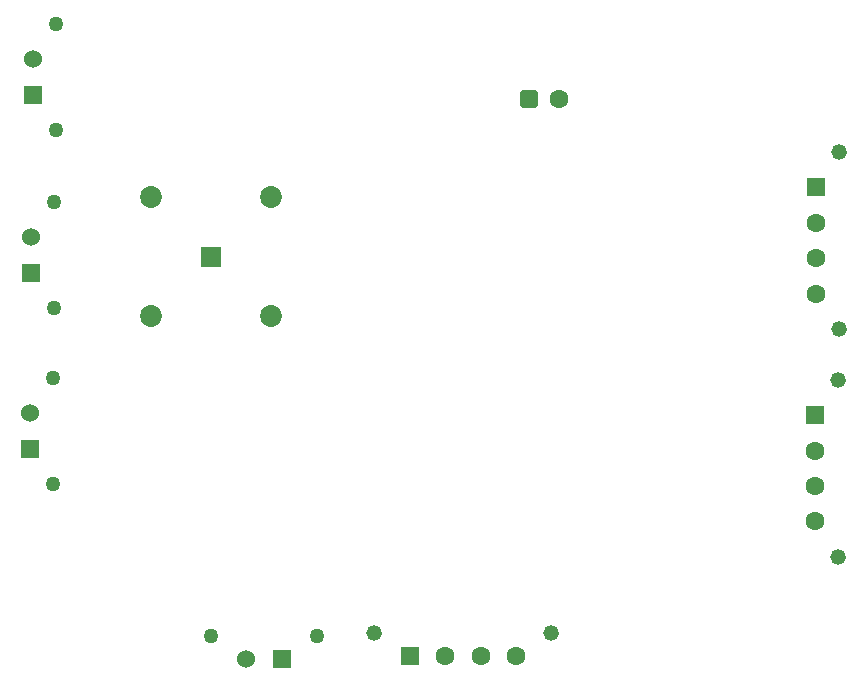
<source format=gbr>
%TF.GenerationSoftware,Altium Limited,Altium Designer,22.9.1 (49)*%
G04 Layer_Color=255*
%FSLAX23Y23*%
%MOIN*%
%TF.SameCoordinates,7E49B892-F471-4493-957F-970E4ADD815D*%
%TF.FilePolarity,Positive*%
%TF.FileFunction,Pads,Bot*%
%TF.Part,Single*%
G01*
G75*
%TA.AperFunction,ComponentPad*%
%ADD28C,0.073*%
%ADD29R,0.067X0.067*%
%ADD30R,0.063X0.063*%
%ADD31C,0.063*%
%ADD32C,0.052*%
%ADD33C,0.050*%
%ADD34C,0.060*%
%ADD35R,0.060X0.060*%
%ADD36R,0.060X0.060*%
%ADD37R,0.063X0.063*%
%ADD38C,0.063*%
G04:AMPARAMS|DCode=39|XSize=63mil|YSize=63mil|CornerRadius=16mil|HoleSize=0mil|Usage=FLASHONLY|Rotation=0.000|XOffset=0mil|YOffset=0mil|HoleType=Round|Shape=RoundedRectangle|*
%AMROUNDEDRECTD39*
21,1,0.063,0.031,0,0,0.0*
21,1,0.031,0.063,0,0,0.0*
1,1,0.031,0.016,-0.016*
1,1,0.031,-0.016,-0.016*
1,1,0.031,-0.016,0.016*
1,1,0.031,0.016,0.016*
%
%ADD39ROUNDEDRECTD39*%
D28*
X2099Y2416D02*
D03*
X1701D02*
D03*
X2099Y2814D02*
D03*
X1701D02*
D03*
D29*
X1900Y2615D02*
D03*
D30*
X3913Y2087D02*
D03*
X3915Y2846D02*
D03*
D31*
X3913Y1969D02*
D03*
Y1851D02*
D03*
Y1733D02*
D03*
X3915Y2728D02*
D03*
Y2610D02*
D03*
Y2492D02*
D03*
X2916Y1285D02*
D03*
X2798D02*
D03*
X2680D02*
D03*
D32*
X3990Y1614D02*
D03*
Y2205D02*
D03*
X3992Y2374D02*
D03*
Y2964D02*
D03*
X2444Y1362D02*
D03*
X3034D02*
D03*
D33*
X1377Y2798D02*
D03*
Y2444D02*
D03*
X1899Y1352D02*
D03*
X2253D02*
D03*
X1382Y3391D02*
D03*
Y3037D02*
D03*
X1372Y2211D02*
D03*
Y1857D02*
D03*
D34*
X1300Y2680D02*
D03*
X2017Y1275D02*
D03*
X1305Y3273D02*
D03*
X1295Y2093D02*
D03*
D35*
X1300Y2562D02*
D03*
X1305Y3155D02*
D03*
X1295Y1975D02*
D03*
D36*
X2135Y1275D02*
D03*
D37*
X2562Y1285D02*
D03*
D38*
X3060Y3140D02*
D03*
D39*
X2960D02*
D03*
%TF.MD5,0333eee68961b5b62755a5bb773e6405*%
M02*

</source>
